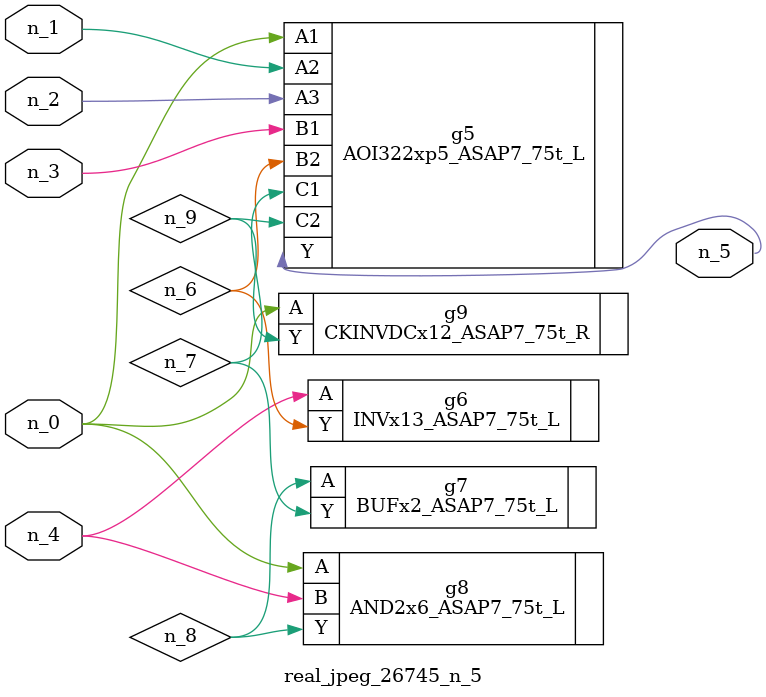
<source format=v>
module real_jpeg_26745_n_5 (n_4, n_0, n_1, n_2, n_3, n_5);

input n_4;
input n_0;
input n_1;
input n_2;
input n_3;

output n_5;

wire n_8;
wire n_6;
wire n_7;
wire n_9;

AOI322xp5_ASAP7_75t_L g5 ( 
.A1(n_0),
.A2(n_1),
.A3(n_2),
.B1(n_3),
.B2(n_6),
.C1(n_7),
.C2(n_9),
.Y(n_5)
);

AND2x6_ASAP7_75t_L g8 ( 
.A(n_0),
.B(n_4),
.Y(n_8)
);

CKINVDCx12_ASAP7_75t_R g9 ( 
.A(n_0),
.Y(n_9)
);

INVx13_ASAP7_75t_L g6 ( 
.A(n_4),
.Y(n_6)
);

BUFx2_ASAP7_75t_L g7 ( 
.A(n_8),
.Y(n_7)
);


endmodule
</source>
